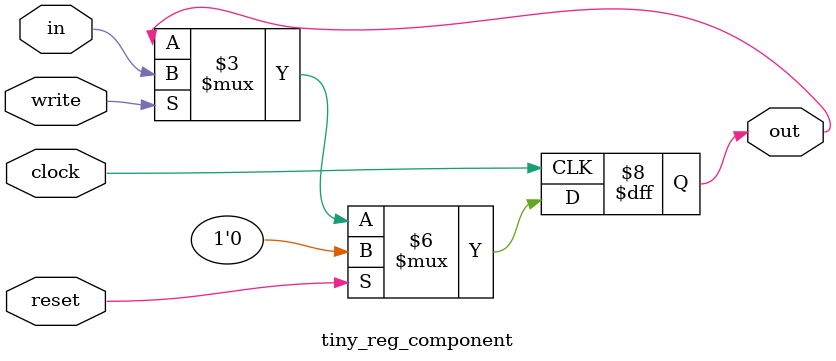
<source format=v>
module tiny_reg_component(clock, in, write, reset, out);

input clock;
input in;
input write;
input reset;

output reg out = 1'b0;


always @(posedge clock)
begin
	if (reset) begin
		out <= 16'b0;
	end else if (write) begin
		out <= in;
	end
end

endmodule
</source>
